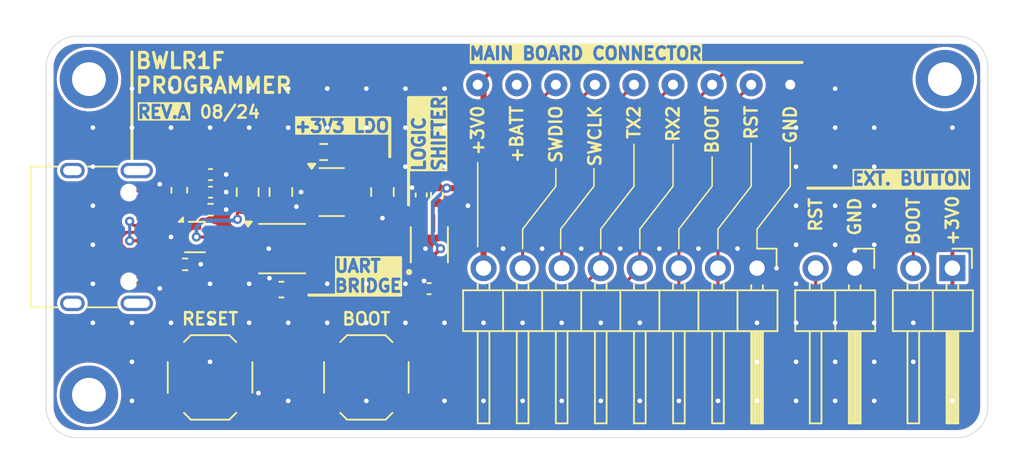
<source format=kicad_pcb>
(kicad_pcb (version 20240108) (generator "pcbnew") (generator_version "8.0")
  (layers (0 "F.Cu" signal) (31 "B.Cu" signal) (34 "B.Paste" user) (35 "F.Paste" user) (36 "B.SilkS" user "B.Silkscreen") (37 "F.SilkS" user "F.Silkscreen") (38 "B.Mask" user) (39 "F.Mask" user) (44 "Edge.Cuts" user))
  (net 0 "")
  (net 1 "GND")
  (net 2 "Net-(C1-Pad1)")
  (net 3 "Net-(C2-Pad1)")
  (net 4 "VBUS")
  (net 5 "+3V3")
  (net 6 "+3V0")
  (net 8 "/D_IN+")
  (net 10 "/D_IN-")
  (net 12 "Net-(J1-CC1)")
  (net 16 "Net-(J1-CC2)")
  (net 17 "/RST")
  (net 18 "/BOOT")
  (net 19 "/SWDIO")
  (net 20 "/TX_A")
  (net 21 "/SWCLK")
  (net 22 "/RX_A")
  (net 23 "Net-(U2-EN)")
  (net 24 "Net-(U4-OE)")
  (net 25 "+BATT")
  (net 26 "/D-")
  (net 27 "/D+")
  (net 29 "/TX_B")
  (net 32 "/RX_B")
  (footprint "bwlr1f-prog:90055-AS" (layer "F.Cu") (at 171.958 71.882)
    (property "Reference" "TP1" (hide yes))
    (property "Value" "90055-AS")
    (pad "1" thru_hole circle (at 0 0) (size 1.5 1.5) (drill 0.65) (layers "*.Cu" "*.Mask") (net 6 "+3V0"))
  )
  (footprint "Capacitor_SMD:C_0603_1608Metric" (layer "F.Cu") (at 159.1917 85.217001 180)
    (property "Reference" "C5" (hide yes))
    (property "Value" "100n")
    (pad "1" smd roundrect (at -0.775 0 180) (size 0.9 0.95) (layers "F.Cu" "F.Paste" "F.Mask") (net 5 "+3V3"))
    (pad "2" smd roundrect (at 0.775 0 180) (size 0.9 0.95) (layers "F.Cu" "F.Paste" "F.Mask") (net 1 "GND"))
  )
  (footprint "bwlr1f-prog:USB_C_Receptacle_XKB_U262-16XN-4BVC11" (layer "F.Cu") (at 146.685 81.788001 -90)
    (property "Reference" "J1" (hide yes))
    (property "Value" "U262-161N-4BVC11")
    (pad "" np_thru_hole circle (at -2.89 -2.605 270) (size 0.65 0.65) (drill 0.65) (layers "*.Cu" "*.Mask"))
    (pad "" np_thru_hole circle (at 2.89 -2.605 270) (size 0.65 0.65) (drill 0.65) (layers "*.Cu" "*.Mask"))
    (pad "A1" smd rect (at -3.35 -3.67 270) (size 0.3 1.15) (layers "F.Cu" "F.Paste" "F.Mask") (net 1 "GND"))
    (pad "A4" smd rect (at -2.55 -3.67 270) (size 0.3 1.15) (layers "F.Cu" "F.Paste" "F.Mask") (net 2 "Net-(C1-Pad1)"))
    (pad "A5" smd rect (at -1.25 -3.67 270) (size 0.3 1.15) (layers "F.Cu" "F.Paste" "F.Mask") (net 12 "Net-(J1-CC1)"))
    (pad "A6" smd rect (at -0.25 -3.67 270) (size 0.3 1.15) (layers "F.Cu" "F.Paste" "F.Mask") (net 8 "/D_IN+"))
    (pad "A7" smd rect (at 0.25 -3.67 270) (size 0.3 1.15) (layers "F.Cu" "F.Paste" "F.Mask") (net 10 "/D_IN-"))
    (pad "A8" smd rect (at 1.25 -3.67 270) (size 0.3 1.15) (layers "F.Cu" "F.Paste" "F.Mask"))
    (pad "A9" smd rect (at 2.55 -3.67 270) (size 0.3 1.15) (layers "F.Cu" "F.Paste" "F.Mask") (net 2 "Net-(C1-Pad1)"))
    (pad "A12" smd rect (at 3.35 -3.67 270) (size 0.3 1.15) (layers "F.Cu" "F.Paste" "F.Mask") (net 1 "GND"))
    (pad "B1" smd rect (at 3.05 -3.67 270) (size 0.3 1.15) (layers "F.Cu" "F.Paste" "F.Mask") (net 1 "GND"))
    (pad "B4" smd rect (at 2.25 -3.67 270) (size 0.3 1.15) (layers "F.Cu" "F.Paste" "F.Mask") (net 2 "Net-(C1-Pad1)"))
    (pad "B5" smd rect (at 1.75 -3.67 270) (size 0.3 1.15) (layers "F.Cu" "F.Paste" "F.Mask") (net 16 "Net-(J1-CC2)"))
    (pad "B6" smd rect (at 0.75 -3.67 270) (size 0.3 1.15) (layers "F.Cu" "F.Paste" "F.Mask") (net 8 "/D_IN+"))
    (pad "B7" smd rect (at -0.75 -3.67 270) (size 0.3 1.15) (layers "F.Cu" "F.Paste" "F.Mask") (net 10 "/D_IN-"))
    (pad "B8" smd rect (at -1.75 -3.67 270) (size 0.3 1.15) (layers "F.Cu" "F.Paste" "F.Mask"))
    (pad "B9" smd rect (at -2.25 -3.67 270) (size 0.3 1.15) (layers "F.Cu" "F.Paste" "F.Mask") (net 2 "Net-(C1-Pad1)"))
    (pad "B12" smd rect (at -3.05 -3.67 270) (size 0.3 1.15) (layers "F.Cu" "F.Paste" "F.Mask") (net 1 "GND"))
    (pad "S1" thru_hole oval (at -4.32 -3.105 270) (size 1 2.1) (drill oval 0.6 1.7) (layers "*.Cu" "*.Mask"))
    (pad "S1" thru_hole oval (at -4.32 1.075 270) (size 1 1.6) (drill oval 0.6 1.2) (layers "*.Cu" "*.Mask"))
    (pad "S1" thru_hole oval (at 4.32 -3.105 270) (size 1 2.1) (drill oval 0.6 1.7) (layers "*.Cu" "*.Mask"))
    (pad "S1" thru_hole oval (at 4.32 1.075 270) (size 1 1.6) (drill oval 0.6 1.2) (layers "*.Cu" "*.Mask"))
  )
  (footprint "Package_TO_SOT_SMD:SOT-23-5" (layer "F.Cu") (at 162.464 78.867001)
    (property "Reference" "U2" (hide yes))
    (property "Value" "XC6220B331MR-G")
    (pad "1" smd roundrect (at -1.1375 -0.95) (size 1.325 0.6) (layers "F.Cu" "F.Paste" "F.Mask") (net 4 "VBUS"))
    (pad "2" smd roundrect (at -1.1375 0) (size 1.325 0.6) (layers "F.Cu" "F.Paste" "F.Mask") (net 1 "GND"))
    (pad "3" smd roundrect (at -1.1375 0.95) (size 1.325 0.6) (layers "F.Cu" "F.Paste" "F.Mask") (net 23 "Net-(U2-EN)"))
    (pad "4" smd roundrect (at 1.1375 0.95) (size 1.325 0.6) (layers "F.Cu" "F.Paste" "F.Mask"))
    (pad "5" smd roundrect (at 1.1375 -0.95) (size 1.325 0.6) (layers "F.Cu" "F.Paste" "F.Mask") (net 5 "+3V3"))
  )
  (footprint "Capacitor_SMD:C_0402_1005Metric" (layer "F.Cu") (at 154.59 77.731601)
    (property "Reference" "C2" (hide yes))
    (property "Value" "100n")
    (pad "1" smd roundrect (at -0.48 0) (size 0.56 0.62) (layers "F.Cu" "F.Paste" "F.Mask") (net 3 "Net-(C2-Pad1)"))
    (pad "2" smd roundrect (at 0.48 0) (size 0.56 0.62) (layers "F.Cu" "F.Paste" "F.Mask") (net 1 "GND"))
  )
  (footprint "bwlr1f-prog:90055-AS" (layer "F.Cu") (at 174.498 71.882)
    (property "Reference" "TP2" (hide yes))
    (property "Value" "90055-AS")
    (pad "1" thru_hole circle (at 0 0) (size 1.5 1.5) (drill 0.65) (layers "*.Cu" "*.Mask") (net 25 "+BATT"))
  )
  (footprint "bwlr1f-prog:90055-AS" (layer "F.Cu") (at 179.578 71.882)
    (property "Reference" "TP4" (hide yes))
    (property "Value" "90055-AS")
    (pad "1" thru_hole circle (at 0 0) (size 1.5 1.5) (drill 0.65) (layers "*.Cu" "*.Mask") (net 21 "/SWCLK"))
  )
  (footprint "bwlr1f-prog:90055-AS" (layer "F.Cu") (at 187.198 71.882)
    (property "Reference" "TP7" (hide yes))
    (property "Value" "90055-AS")
    (pad "1" thru_hole circle (at 0 0) (size 1.5 1.5) (drill 0.65) (layers "*.Cu" "*.Mask") (net 18 "/BOOT"))
  )
  (footprint "MountingHole:MountingHole_2.2mm_M2_DIN965_Pad" (layer "F.Cu") (at 146.685 71.517 90)
    (property "Reference" "H1" (hide yes))
    (property "Value" "MountingHole")
    (pad "1" thru_hole circle (at 0 0 90) (size 3.8 3.8) (drill 2.2) (layers "*.Cu" "*.Mask"))
  )
  (footprint "Capacitor_SMD:C_0402_1005Metric" (layer "F.Cu") (at 168.2886 79.058001 90)
    (property "Reference" "C7" (hide yes))
    (property "Value" "100n")
    (pad "1" smd roundrect (at -0.48 0 90) (size 0.56 0.62) (layers "F.Cu" "F.Paste" "F.Mask") (net 5 "+3V3"))
    (pad "2" smd roundrect (at 0.48 0 90) (size 0.56 0.62) (layers "F.Cu" "F.Paste" "F.Mask") (net 1 "GND"))
  )
  (footprint "Connector_PinHeader_2.54mm:PinHeader_1x08_P2.54mm_Horizontal" (layer "F.Cu") (at 190.119 83.82 -90)
    (property "Reference" "J4" (hide yes))
    (property "Value" "Conn_01x08")
    (pad "1" thru_hole rect (at 0 0 270) (size 1.7 1.7) (drill 1) (layers "*.Cu" "*.Mask") (net 1 "GND"))
    (pad "2" thru_hole oval (at 0 2.54 270) (size 1.7 1.7) (drill 1) (layers "*.Cu" "*.Mask") (net 17 "/RST"))
    (pad "3" thru_hole oval (at 0 5.08 270) (size 1.7 1.7) (drill 1) (layers "*.Cu" "*.Mask") (net 18 "/BOOT"))
    (pad "4" thru_hole oval (at 0 7.62 270) (size 1.7 1.7) (drill 1) (layers "*.Cu" "*.Mask") (net 22 "/RX_A"))
    (pad "5" thru_hole oval (at 0 10.16 270) (size 1.7 1.7) (drill 1) (layers "*.Cu" "*.Mask") (net 20 "/TX_A"))
    (pad "6" thru_hole oval (at 0 12.7 270) (size 1.7 1.7) (drill 1) (layers "*.Cu" "*.Mask") (net 21 "/SWCLK"))
    (pad "7" thru_hole oval (at 0 15.24 270) (size 1.7 1.7) (drill 1) (layers "*.Cu" "*.Mask") (net 19 "/SWDIO"))
    (pad "8" thru_hole oval (at 0 17.78 270) (size 1.7 1.7) (drill 1) (layers "*.Cu" "*.Mask") (net 6 "+3V0"))
  )
  (footprint "Package_SO:MSOP-10_3x3mm_P0.5mm" (layer "F.Cu") (at 159.2425 82.550001)
    (property "Reference" "U3" (hide yes))
    (property "Value" "CH340E")
    (pad "1" smd roundrect (at -2.1125 -1) (size 1.625 0.35) (layers "F.Cu" "F.Paste" "F.Mask") (net 27 "/D+"))
    (pad "2" smd roundrect (at -2.1125 -0.5) (size 1.625 0.35) (layers "F.Cu" "F.Paste" "F.Mask") (net 26 "/D-"))
    (pad "3" smd roundrect (at -2.1125 0) (size 1.625 0.35) (layers "F.Cu" "F.Paste" "F.Mask") (net 1 "GND"))
    (pad "4" smd roundrect (at -2.1125 0.5) (size 1.625 0.35) (layers "F.Cu" "F.Paste" "F.Mask"))
    (pad "5" smd roundrect (at -2.1125 1) (size 1.625 0.35) (layers "F.Cu" "F.Paste" "F.Mask"))
    (pad "6" smd roundrect (at 2.1125 1) (size 1.625 0.35) (layers "F.Cu" "F.Paste" "F.Mask"))
    (pad "7" smd roundrect (at 2.1125 0.5) (size 1.625 0.35) (layers "F.Cu" "F.Paste" "F.Mask") (net 5 "+3V3"))
    (pad "8" smd roundrect (at 2.1125 0) (size 1.625 0.35) (layers "F.Cu" "F.Paste" "F.Mask") (net 32 "/RX_B"))
    (pad "9" smd roundrect (at 2.1125 -0.5) (size 1.625 0.35) (layers "F.Cu" "F.Paste" "F.Mask") (net 29 "/TX_B"))
    (pad "10" smd roundrect (at 2.1125 -1) (size 1.625 0.35) (layers "F.Cu" "F.Paste" "F.Mask") (net 5 "+3V3"))
  )
  (footprint "MountingHole:MountingHole_2.2mm_M2_DIN965_Pad" (layer "F.Cu") (at 202.329472 71.517)
    (property "Reference" "H3" (hide yes))
    (property "Value" "MountingHole")
    (pad "1" thru_hole circle (at 0 0) (size 3.8 3.8) (drill 2.2) (layers "*.Cu" "*.Mask"))
  )
  (footprint "bwlr1f-prog:90055-AS" (layer "F.Cu") (at 192.278 71.882)
    (property "Reference" "TP9" (hide yes))
    (property "Value" "90055-AS")
    (pad "1" thru_hole circle (at 0 0) (size 1.5 1.5) (drill 0.65) (layers "*.Cu" "*.Mask") (net 1 "GND"))
  )
  (footprint "MountingHole:MountingHole_2.2mm_M2_DIN965_Pad" (layer "F.Cu") (at 146.685 92.059001 90)
    (property "Reference" "H2" (hide yes))
    (property "Value" "MountingHole")
    (pad "1" thru_hole circle (at 0 0 90) (size 3.8 3.8) (drill 2.2) (layers "*.Cu" "*.Mask"))
  )
  (footprint "Button_Switch_SMD:SW_SPST_TL3342" (layer "F.Cu") (at 154.559 90.932 180)
    (property "Reference" "SW1" (hide yes))
    (property "Value" "TL3342F160QG")
    (pad "1" smd rect (at -3.15 -1.9 180) (size 1.7 1) (layers "F.Cu" "F.Paste" "F.Mask") (net 1 "GND"))
    (pad "1" smd rect (at 3.15 -1.9 180) (size 1.7 1) (layers "F.Cu" "F.Paste" "F.Mask") (net 1 "GND"))
    (pad "2" smd rect (at -3.15 1.9 180) (size 1.7 1) (layers "F.Cu" "F.Paste" "F.Mask") (net 17 "/RST"))
    (pad "2" smd rect (at 3.15 1.9 180) (size 1.7 1) (layers "F.Cu" "F.Paste" "F.Mask") (net 17 "/RST"))
  )
  (footprint "Resistor_SMD:R_0402_1005Metric" (layer "F.Cu") (at 154.59 80.017601)
    (property "Reference" "R1" (hide yes))
    (property "Value" "5.1K")
    (pad "1" smd roundrect (at -0.51 0) (size 0.54 0.64) (layers "F.Cu" "F.Paste" "F.Mask") (net 12 "Net-(J1-CC1)"))
    (pad "2" smd roundrect (at 0.51 0) (size 0.54 0.64) (layers "F.Cu" "F.Paste" "F.Mask") (net 1 "GND"))
  )
  (footprint "Connector_PinHeader_2.54mm:PinHeader_1x02_P2.54mm_Horizontal" (layer "F.Cu") (at 202.819 83.82 -90)
    (property "Reference" "J3" (hide yes))
    (property "Value" "Conn_01x02")
    (pad "1" thru_hole rect (at 0 0 270) (size 1.7 1.7) (drill 1) (layers "*.Cu" "*.Mask") (net 6 "+3V0"))
    (pad "2" thru_hole oval (at 0 2.54 270) (size 1.7 1.7) (drill 1) (layers "*.Cu" "*.Mask") (net 18 "/BOOT"))
  )
  (footprint "Package_TO_SOT_SMD:SOT-666" (layer "F.Cu") (at 153.574 81.795601)
    (property "Reference" "U1" (hide yes))
    (property "Value" "USBLC6-2P6")
    (pad "1" smd roundrect (at -0.85 -0.5375) (size 0.5 0.375) (layers "F.Cu" "F.Paste" "F.Mask") (net 8 "/D_IN+"))
    (pad "2" smd roundrect (at -0.925 0) (size 0.65 0.3) (layers "F.Cu" "F.Paste" "F.Mask") (net 1 "GND"))
    (pad "3" smd roundrect (at -0.85 0.5375) (size 0.5 0.375) (layers "F.Cu" "F.Paste" "F.Mask") (net 10 "/D_IN-"))
    (pad "4" smd roundrect (at 0.85 0.5375) (size 0.5 0.375) (layers "F.Cu" "F.Paste" "F.Mask") (net 26 "/D-"))
    (pad "5" smd roundrect (at 0.925 0) (size 0.65 0.3) (layers "F.Cu" "F.Paste" "F.Mask") (net 4 "VBUS"))
    (pad "6" smd roundrect (at 0.85 -0.5375) (size 0.5 0.375) (layers "F.Cu" "F.Paste" "F.Mask") (net 27 "/D+"))
  )
  (footprint "Connector_PinHeader_2.54mm:PinHeader_1x02_P2.54mm_Horizontal" (layer "F.Cu") (at 196.469 83.82 -90)
    (property "Reference" "J2" (hide yes))
    (property "Value" "Conn_01x02")
    (pad "1" thru_hole rect (at 0 0 270) (size 1.7 1.7) (drill 1) (layers "*.Cu" "*.Mask") (net 1 "GND"))
    (pad "2" thru_hole oval (at 0 2.54 270) (size 1.7 1.7) (drill 1) (layers "*.Cu" "*.Mask") (net 17 "/RST"))
  )
  (footprint "bwlr1f-prog:90055-AS" (layer "F.Cu") (at 184.658 71.882)
    (property "Reference" "TP6" (hide yes))
    (property "Value" "90055-AS")
    (pad "1" thru_hole circle (at 0 0) (size 1.5 1.5) (drill 0.65) (layers "*.Cu" "*.Mask") (net 22 "/RX_A"))
  )
  (footprint "Resistor_SMD:R_0402_1005Metric" (layer "F.Cu") (at 152.939 83.573601)
    (property "Reference" "R2" (hide yes))
    (property "Value" "5.1K")
    (pad "1" smd roundrect (at -0.51 0) (size 0.54 0.64) (layers "F.Cu" "F.Paste" "F.Mask") (net 16 "Net-(J1-CC2)"))
    (pad "2" smd roundrect (at 0.51 0) (size 0.54 0.64) (layers "F.Cu" "F.Paste" "F.Mask") (net 1 "GND"))
  )
  (footprint "Capacitor_SMD:C_0402_1005Metric" (layer "F.Cu") (at 154.59 78.874601)
    (property "Reference" "C1" (hide yes))
    (property "Value" "10n")
    (pad "1" smd roundrect (at -0.48 0) (size 0.56 0.62) (layers "F.Cu" "F.Paste" "F.Mask") (net 2 "Net-(C1-Pad1)"))
    (pad "2" smd roundrect (at 0.48 0) (size 0.56 0.62) (layers "F.Cu" "F.Paste" "F.Mask") (net 1 "GND"))
  )
  (footprint "bwlr1f-prog:90055-AS" (layer "F.Cu") (at 189.738 71.882)
    (property "Reference" "TP8" (hide yes))
    (property "Value" "90055-AS")
    (pad "1" thru_hole circle (at 0 0) (size 1.5 1.5) (drill 0.65) (layers "*.Cu" "*.Mask") (net 17 "/RST"))
  )
  (footprint "Fuse:Fuse_0805_2012Metric" (layer "F.Cu") (at 157.003 78.867001 -90)
    (property "Reference" "F1" (hide yes))
    (property "Value" "0.75A")
    (pad "1" smd roundrect (at -0.9375 0 270) (size 0.975 1.4) (layers "F.Cu" "F.Paste" "F.Mask") (net 3 "Net-(C2-Pad1)"))
    (pad "2" smd roundrect (at 0.9375 0 270) (size 0.975 1.4) (layers "F.Cu" "F.Paste" "F.Mask") (net 4 "VBUS"))
  )
  (footprint "Resistor_SMD:R_0603_1608Metric" (layer "F.Cu") (at 161.9505 76.261001 180)
    (property "Reference" "R3" (hide yes))
    (property "Value" "10K")
    (pad "1" smd roundrect (at -0.825 0 180) (size 0.8 0.95) (layers "F.Cu" "F.Paste" "F.Mask") (net 23 "Net-(U2-EN)"))
    (pad "2" smd roundrect (at 0.825 0 180) (size 0.8 0.95) (layers "F.Cu" "F.Paste" "F.Mask") (net 4 "VBUS"))
  )
  (footprint "Capacitor_SMD:C_0805_2012Metric" (layer "F.Cu") (at 165.766 78.867001 90)
    (property "Reference" "C4" (hide yes))
    (property "Value" "10u")
    (pad "1" smd roundrect (at -0.95 0 90) (size 1 1.45) (layers "F.Cu" "F.Paste" "F.Mask") (net 1 "GND"))
    (pad "2" smd roundrect (at 0.95 0 90) (size 1 1.45) (layers "F.Cu" "F.Paste" "F.Mask") (net 5 "+3V3"))
  )
  (footprint "bwlr1f-prog:90055-AS" (layer "F.Cu") (at 182.118 71.882)
    (property "Reference" "TP5" (hide yes))
    (property "Value" "90055-AS")
    (pad "1" thru_hole circle (at 0 0) (size 1.5 1.5) (drill 0.65) (layers "*.Cu" "*.Mask") (net 20 "/TX_A"))
  )
  (footprint "Capacitor_SMD:C_0402_1005Metric" (layer "F.Cu") (at 168.7966 85.154001 180)
    (property "Reference" "C6" (hide yes))
    (property "Value" "100n")
    (pad "1" smd roundrect (at -0.48 0 180) (size 0.56 0.62) (layers "F.Cu" "F.Paste" "F.Mask") (net 6 "+3V0"))
    (pad "2" smd roundrect (at 0.48 0 180) (size 0.56 0.62) (layers "F.Cu" "F.Paste" "F.Mask") (net 1 "GND"))
  )
  (footprint "Capacitor_SMD:C_0805_2012Metric" (layer "F.Cu") (at 159.162 78.867001 90)
    (property "Reference" "C3" (hide yes))
    (property "Value" "10u")
    (pad "1" smd roundrect (at -0.95 0 90) (size 1 1.45) (layers "F.Cu" "F.Paste" "F.Mask") (net 1 "GND"))
    (pad "2" smd roundrect (at 0.95 0 90) (size 1 1.45) (layers "F.Cu" "F.Paste" "F.Mask") (net 4 "VBUS"))
  )
  (footprint "bwlr1f-prog:90055-AS" (layer "F.Cu") (at 177.038 71.882)
    (property "Reference" "TP3" (hide yes))
    (property "Value" "90055-AS")
    (pad "1" thru_hole circle (at 0 0) (size 1.5 1.5) (drill 0.65) (layers "*.Cu" "*.Mask") (net 19 "/SWDIO"))
  )
  (footprint "bwlr1f-prog:SOP50P310X90-8N" (layer "F.Cu") (at 168.814 82.296001 90)
    (property "Reference" "U4" (hide yes))
    (property "Value" "TXS0102DCUR")
    (pad "1" smd roundrect (at -1.405 -0.75 90) (size 1.12 0.27) (layers "F.Cu" "F.Paste" "F.Mask") (roundrect_rratio 0.125) (net 32 "/RX_B"))
    (pad "2" smd roundrect (at -1.405 -0.25 90) (size 1.12 0.27) (layers "F.Cu" "F.Paste" "F.Mask") (roundrect_rratio 0.125) (net 1 "GND"))
    (pad "3" smd roundrect (at -1.405 0.25 90) (size 1.12 0.27) (layers "F.Cu" "F.Paste" "F.Mask") (roundrect_rratio 0.125) (net 6 "+3V0"))
    (pad "4" smd roundrect (at -1.405 0.75 90) (size 1.12 0.27) (layers "F.Cu" "F.Paste" "F.Mask") (roundrect_rratio 0.125) (net 22 "/RX_A"))
    (pad "5" smd roundrect (at 1.405 0.75 90) (size 1.12 0.27) (layers "F.Cu" "F.Paste" "F.Mask") (roundrect_rratio 0.125) (net 20 "/TX_A"))
    (pad "6" smd roundrect (at 1.405 0.25 90) (size 1.12 0.27) (layers "F.Cu" "F.Paste" "F.Mask") (roundrect_rratio 0.125) (net 24 "Net-(U4-OE)"))
    (pad "7" smd roundrect (at 1.405 -0.25 90) (size 1.12 0.27) (layers "F.Cu" "F.Paste" "F.Mask") (roundrect_rratio 0.125) (net 5 "+3V3"))
    (pad "8" smd roundrect (at 1.405 -0.75 90) (size 1.12 0.27) (layers "F.Cu" "F.Paste" "F.Mask") (roundrect_rratio 0.125) (net 29 "/TX_B"))
  )
  (footprint "Button_Switch_SMD:SW_SPST_TL3342" (layer "F.Cu") (at 164.719 90.932)
    (property "Reference" "SW2" (hide yes))
    (property "Value" "TL3342F160QG")
    (pad "1" smd rect (at -3.15 -1.9) (size 1.7 1) (layers "F.Cu" "F.Paste" "F.Mask") (net 18 "/BOOT"))
    (pad "1" smd rect (at 3.15 -1.9) (size 1.7 1) (layers "F.Cu" "F.Paste" "F.Mask") (net 18 "/BOOT"))
    (pad "2" smd rect (at -3.15 1.9) (size 1.7 1) (layers "F.Cu" "F.Paste" "F.Mask") (net 6 "+3V0"))
    (pad "2" smd rect (at 3.15 1.9) (size 1.7 1) (layers "F.Cu" "F.Paste" "F.Mask") (net 6 "+3V0"))
  )
  (footprint "Inductor_SMD:L_0603_1608Metric" (layer "F.Cu") (at 152.558 78.747601 90)
    (property "Reference" "FB1" (hide yes))
    (property "Value" "MMZ1608B601CTAH0")
    (pad "1" smd roundrect (at -0.7875 0 90) (size 0.875 0.95) (layers "F.Cu" "F.Paste" "F.Mask") (net 2 "Net-(C1-Pad1)"))
    (pad "2" smd roundrect (at 0.7875 0 90) (size 0.875 0.95) (layers "F.Cu" "F.Paste" "F.Mask") (net 3 "Net-(C2-Pad1)"))
  )
  (footprint "Resistor_SMD:R_0402_1005Metric" (layer "F.Cu") (at 169.3046 79.058001 -90)
    (property "Reference" "R4" (hide yes))
    (property "Value" "5.1K")
    (pad "1" smd roundrect (at -0.51 0 270) (size 0.54 0.64) (layers "F.Cu" "F.Paste" "F.Mask") (net 6 "+3V0"))
    (pad "2" smd roundrect (at 0.51 0 270) (size 0.54 0.64) (layers "F.Cu" "F.Paste" "F.Mask") (net 24 "Net-(U4-OE)"))
  )
  (gr_line (start 177.038 77.343001) (end 177.038 78.486001) (stroke (width 0.1)) (layer "F.SilkS"))
  (gr_line (start 177.038 78.486001) (end 174.879 81.280001) (stroke (width 0.1)) (layer "F.SilkS"))
  (gr_line (start 179.959 81.280001) (end 179.959 82.550001) (stroke (width 0.1)) (layer "F.SilkS"))
  (gr_line (start 189.738 78.486001) (end 189.738 75.692001) (stroke (width 0.1)) (layer "F.SilkS"))
  (gr_line (start 166.243 74.053701) (end 166.243 76.568301) (stroke (width 0.2)) (layer "F.SilkS"))
  (gr_line (start 187.579 81.280001) (end 187.579 82.550001) (stroke (width 0.1)) (layer "F.SilkS"))
  (gr_line (start 171.958 76.962001) (end 171.958 82.423001) (stroke (width 0.1)) (layer "F.SilkS"))
  (gr_line (start 203.8731 78.613001) (end 193.421 78.613001) (stroke (width 0.2)) (layer "F.SilkS"))
  (gr_line (start 190.119 81.28) (end 190.119 82.55) (stroke (width 0.1)) (layer "F.SilkS"))
  (gr_line (start 184.658 75.755501) (end 184.658 78.486001) (stroke (width 0.1)) (layer "F.SilkS"))
  (gr_line (start 193.04 70.434201) (end 171.5262 70.434201) (stroke (width 0.2)) (layer "F.SilkS"))
  (gr_line (start 182.499 81.280001) (end 182.499 82.550001) (stroke (width 0.1)) (layer "F.SilkS"))
  (gr_line (start 179.5145 77.343001) (end 179.5145 78.486001) (stroke (width 0.1)) (layer "F.SilkS"))
  (gr_line (start 166.9542 85.5726) (end 160.9852 85.5726) (stroke (width 0.2)) (layer "F.SilkS"))
  (gr_line (start 192.278 78.486) (end 190.119 81.28) (stroke (width 0.1)) (layer "F.SilkS"))
  (gr_line (start 182.118 78.486001) (end 179.959 81.280001) (stroke (width 0.1)) (layer "F.SilkS"))
  (gr_line (start 187.198 78.486001) (end 187.198 76.581001) (stroke (width 0.1)) (layer "F.SilkS"))
  (gr_line (start 167.4622 72.7202) (end 167.4622 79.7052) (stroke (width 0.2)) (layer "F.SilkS"))
  (gr_line (start 149.479 69.748401) (end 149.479 76.708001) (stroke (width 0.2)) (layer "F.SilkS"))
  (gr_line (start 174.879 81.280001) (end 174.879 82.550001) (stroke (width 0.1)) (layer "F.SilkS"))
  (gr_line (start 184.658 78.486001) (end 182.499 81.280001) (stroke (width 0.1)) (layer "F.SilkS"))
  (gr_line (start 185.039 81.280001) (end 185.039 82.550001) (stroke (width 0.1)) (layer "F.SilkS"))
  (gr_line (start 179.5145 78.486001) (end 177.3555 81.280001) (stroke (width 0.1)) (layer "F.SilkS"))
  (gr_line (start 187.198 78.486001) (end 185.039 81.280001) (stroke (width 0.1)) (layer "F.SilkS"))
  (gr_line (start 177.3555 81.280001) (end 177.3555 82.550001) (stroke (width 0.1)) (layer "F.SilkS"))
  (gr_line (start 182.118 75.755501) (end 182.118 78.486001) (stroke (width 0.1)) (layer "F.SilkS"))
  (gr_line (start 192.278 78.486) (end 192.278 75.946001) (stroke (width 0.1)) (layer "F.SilkS"))
  (gr_line (start 189.738 78.486001) (end 187.579 81.280001) (stroke (width 0.1)) (layer "F.SilkS"))
  (gr_arc (start 203.123472 68.723) (mid 204.537704 69.308777) (end 205.123472 70.723) (stroke (width 0.05)) (layer "Edge.Cuts"))
  (gr_arc (start 145.891 94.853001) (mid 144.476786 94.267215) (end 143.891 92.853001) (stroke (width 0.05)) (layer "Edge.Cuts"))
  (gr_line (start 143.891 92.853001) (end 143.891 70.723) (stroke (width 0.05)) (layer "Edge.Cuts"))
  (gr_arc (start 143.891 70.723) (mid 144.476786 69.308786) (end 145.891 68.723) (stroke (width 0.05)) (layer "Edge.Cuts"))
  (gr_line (start 145.891 68.723) (end 203.123472 68.723) (stroke (width 0.05)) (layer "Edge.Cuts"))
  (gr_line (start 203.123472 94.853001) (end 145.891 94.853001) (stroke (width 0.05)) (layer "Edge.Cuts"))
  (gr_arc (start 205.123472 92.853001) (mid 204.537686 94.267215) (end 203.123472 94.853001) (stroke (width 0.05)) (layer "Edge.Cuts"))
  (gr_line (start 205.123472 70.723) (end 205.123472 92.853001) (stroke (width 0.05)) (layer "Edge.Cuts"))
  (gr_text "RST" (at 193.929 81.534001 90) (layer "F.SilkS") (effects (font (size 0.8 0.8) (thickness 0.16) (bold yes)) (justify left)))
  (gr_text "TX2" (at 182.118 73.152001 90) (layer "F.SilkS") (effects (font (size 0.8 0.8) (thickness 0.16) (bold yes)) (justify right)))
  (gr_text "BOOT" (at 200.279 82.423001 90) (layer "F.SilkS") (effects (font (size 0.8 0.8) (thickness 0.16) (bold yes)) (justify left)))
  (gr_text "08/24" (at 153.797 73.660001 0) (layer "F.SilkS") (effects (font (size 0.8 0.8) (thickness 0.16) (bold yes)) (justify left)))
  (gr_text "GND" (at 196.469 81.788001 90) (layer "F.SilkS") (effects (font (size 0.8 0.8) (thickness 0.16) (bold yes)) (justify left)))
  (gr_text "REV.A" (at 151.511 73.660001 0) (layer "F.SilkS" knockout) (effects (font (size 0.8 0.8) (thickness 0.2) (bold yes))))
  (gr_text "BWLR1F\nPROGRAMMER" (at 149.606 72.517001 0) (layer "F.SilkS") (effects (font (size 1 1) (thickness 0.2) (bold yes)) (justify left bottom)))
  (gr_text "UART\nBRIDGE" (at 162.56 84.328 0) (layer "F.SilkS" knockout) (effects (font (size 0.8 0.8) (thickness 0.2) (bold yes)) (justify left)))
  (gr_text "+BATT\n" (at 174.498 73.152001 90) (layer "F.SilkS") (effects (font (size 0.8 0.8) (thickness 0.16) (bold yes)) (justify right)))
  (gr_text "MAIN BOARD CONNECTOR" (at 171.323 69.850001 0) (layer "F.SilkS" knockout) (effects (font (size 0.8 0.8) (thickness 0.2) (bold yes)) (justify left)))
  (gr_text "SWCLK" (at 179.578 73.152001 90) (layer "F.SilkS") (effects (font (size 0.8 0.8) (thickness 0.16) (bold yes)) (justify right)))
  (gr_text "GND" (at 192.278 73.152001 90) (layer "F.SilkS") (effects (font (size 0.8 0.8) (thickness 0.16) (bold yes)) (justify right)))
  (gr_text "SWDIO" (at 177.038 73.152001 90) (layer "F.SilkS") (effects (font (size 0.8 0.8) (thickness 0.16) (bold yes)) (justify right)))
  (gr_text "RST" (at 189.738 73.152001 90) (layer "F.SilkS") (effects (font (size 0.8 0.8) (thickness 0.16) (bold yes)) (justify right)))
  (gr_text "EXT. BUTTON" (at 204.089 78.003401 0) (layer "F.SilkS" knockout) (effects (font (size 0.8 0.8) (thickness 0.2) (bold yes)) (justify right)))
  (gr_text "RX2" (at 184.658 73.152001 90) (layer "F.SilkS") (effects (font (size 0.8 0.8) (thickness 0.16) (bold yes)) (justify right)))
  (gr_text "+3V0" (at 202.819 82.423001 90) (layer "F.SilkS") (effects (font (size 0.8 0.8) (thickness 0.16) (bold yes)) (justify left)))
  (gr_text "+3V3 LDO" (at 163.1442 74.5744 0) (layer "F.SilkS" knockout) (effects (font (size 0.8 0.8) (thickness 0.2) (bold yes))))
  (gr_text "BOOT" (at 187.198 73.152001 90) (layer "F.SilkS") (effects (font (size 0.8 0.8) (thickness 0.16) (bold yes)) (justify right)))
  (gr_text "BOOT" (at 164.719 87.122 0) (layer "F.SilkS") (effects (font (size 0.8 0.8) (thickness 0.16) (bold yes))))
  (gr_text "+3V0" (at 171.958 73.152001 90) (layer "F.SilkS") (effects (font (size 0.8 0.8) (thickness 0.16) (bold yes)) (justify right)))
  (gr_text "LOGIC\nSHIFTER" (at 168.783 77.597 90) (layer "F.SilkS" knockout) (effects (font (size 0.8 0.8) (thickness 0.2) (bold yes)) (justify left)))
  (gr_text "RESET" (at 154.559 87.122 0) (layer "F.SilkS") (effects (font (size 0.8 0.8) (thickness 0.16) (bold yes))))
  (segment (start 155.07 78.874601) (end 155.5984 78.874601) (width 0.25) (layer "F.Cu") (net 1))
  (segment (start 161.3265 78.867001) (end 160.4775 78.867001) (width 0.25) (layer "F.Cu") (net 1))
  (segment (start 165.766 80.563501) (end 165.766 79.817001) (width 0.25) (layer "F.Cu") (net 1))
  (segment (start 157.322999 93.218001) (end 157.709 92.832) (width 0.25) (layer "F.Cu") (net 1))
  (segment (start 167.694 78.578001) (end 168.2886 78.578001) (width 0.25) (layer "F.Cu") (net 1))
  (segment (start 155.5984 77.731601) (end 155.606 77.724001) (width 0.25) (layer "F.Cu") (net 1))
  (segment (start 152.6414 81.788001) (end 152.649 81.795601) (width 0.25) (layer "F.Cu") (net 1))
  (segment (start 157.13 82.550001) (end 158.369 82.550001) (width 0.25) (layer "F.Cu") (net 1))
  (segment (start 155.5984 78.874601) (end 155.606 78.867001) (width 0.25) (layer "F.Cu") (net 1))
  (segment (start 152.019 81.788001) (end 152.6414 81.788001) (width 0.25) (layer "F.Cu") (net 1))
  (segment (start 151.209 78.438001) (end 151.288 78.359001) (width 0.25) (layer "F.Cu") (net 1))
  (segment (start 168.564 83.701001) (end 168.564 82.550001) (width 0.25) (layer "F.Cu") (net 1))
  (segment (start 151.795001 93.218001) (end 157.322999 93.218001) (width 0.25) (layer "F.Cu") (net 1))
  (segment (start 190.119 83.82) (end 190.119 74.041) (width 0.25) (layer "F.Cu") (net 1))
  (segment (start 190.119 83.82) (end 191.389 83.82) (width 0.25) (layer "F.Cu") (net 1))
  (segment (start 155.5984 80.017601) (end 155.606 80.010001) (width 0.25) (layer "F.Cu") (net 1))
  (segment (start 150.355 78.438001) (end 151.209 78.438001) (width 0.25) (layer "F.Cu") (net 1))
  (segment (start 168.4705 84.650501) (end 168.3166 84.804401) (width 0.25) (layer "F.Cu") (net 1))
  (segment (start 155.07 77.731601) (end 155.5984 77.731601) (width 0.25) (layer "F.Cu") (net 1))
  (segment (start 153.449 83.573601) (end 153.9474 83.573601) (width 0.25) (layer "F.Cu") (net 1))
  (segment (start 160.1725 79.817001) (end 159.162 79.817001) (width 0.25) (layer "F.Cu") (net 1))
  (segment (start 196.469 83.82) (end 196.469 82.677) (width 0.25) (layer "F.Cu") (net 1))
  (segment (start 190.119 74.041) (end 192.278 71.882) (width 0.25) (layer "F.Cu") (net 1))
  (segment (start 151.288 85.138001) (end 150.355 85.138001) (width 0.25) (layer "F.Cu") (net 1))
  (segment (start 157.709 91.948) (end 157.709 92.832) (width 0.25) (layer "F.Cu") (net 1))
  (segment (start 151.409 92.832) (end 151.795001 93.218001) (width 0.25) (layer "F.Cu") (net 1))
  (segment (start 168.3166 84.804401) (end 168.3166 85.154001) (width 0.25) (layer "F.Cu") (net 1))
  (segment (start 158.4167 84.471701) (end 158.4167 85.217001) (width 0.25) (layer "F.Cu") (net 1))
  (segment (start 155.1 80.017601) (end 155.5984 80.017601) (width 0.25) (layer "F.Cu") (net 1))
  (segment (start 153.9474 83.573601) (end 153.955 83.566001) (width 0.25) (layer "F.Cu") (net 1))
  (via (at 162.179 72.136) (size 0.6) (drill 0.3) (layers "F.Cu" "B.Cu") (net 1))
  (via (at 185.039 92.456) (size 0.6) (drill 0.3) (layers "F.Cu" "B.Cu") (net 1))
  (via (at 146.939 79.756) (size 0.6) (drill 0.3) (layers "F.Cu" "B.Cu") (net 1))
  (via (at 154.559 74.676) (size 0.6) (drill 0.3) (layers "F.Cu" "B.Cu") (net 1))
  (via (at 200.279 89.916) (size 0.6) (drill 0.3) (layers "F.Cu" "B.Cu") (net 1))
  (via (at 151.288 85.138001) (size 0.6) (drill 0.3) (layers "F.Cu" "B.Cu") (net 1))
  (via (at 190.119 87.376) (size 0.6) (drill 0.3) (layers "F.Cu" "B.Cu") (net 1))
  (via (at 192.659 77.216) (size 0.6) (drill 0.3) (layers "F.Cu" "B.Cu") (net 1))
  (via (at 157.099 84.836) (size 0.6) (drill 0.3) (layers "F.Cu" "B.Cu") (net 1))
  (via (at 195.199 82.296) (size 0.6) (drill 0.3) (layers "F.Cu" "B.Cu") (net 1))
  (via (at 146.939 87.376) (size 0.6) (drill 0.3) (layers "F.Cu" "B.Cu") (net 1))
  (via (at 167.259 87.376) (size 0.6) (drill 0.3) (layers "F.Cu" "B.Cu") (net 1))
  (via (at 167.259 74.676) (size 0.6) (drill 0.3) (layers "F.Cu" "B.Cu") (net 1))
  (via (at 177.419 87.376) (size 0.6) (drill 0.3) (layers "F.Cu" "B.Cu") (net 1))
  (via (at 192.659 74.676) (size 0.6) (drill 0.3) (layers "F.Cu" "B.Cu") (net 1))
  (via (at 169.799 92.456) (size 0.6) (drill 0.3) (layers "F.Cu" "B.Cu") (net 1))
  (via (at 200.279 87.376) (size 0.6) (drill 0.3) (layers "F.Cu" "B.Cu") (net 1))
  (via (at 192.659 82.296) (size 0.6) (drill 0.3) (layers "F.Cu" "B.Cu") (net 1))
  (via (at 197.739 92.456) (size 0.6) (drill 0.3) (layers "F.Cu" "B.Cu") (net 1))
  (via (at 155.606 77.724001) (size 0.6) (drill 0.3) (layers "F.Cu" "B.Cu") (net 1))
  (via (at 164.719 84.836) (size 0.6) (drill 0.3) (layers "F.Cu" "B.Cu") (net 1))
  (via (at 167.259 84.836) (size 0.6) (drill 0.3) (layers "F.Cu" "B.Cu") (net 1))
  (via (at 164.719 72.136) (size 0.6) (drill 0.3) (layers "F.Cu" "B.Cu") (net 1))
  (via (at 195.199 77.216) (size 0.6) (drill 0.3) (layers "F.Cu" "B.Cu") (net 1))
  (via (at 152.019 81.788001) (size 0.6) (drill 0.3) (layers "F.Cu" "B.Cu") (net 1))
  (via (at 197.739 82.296) (size 0.6) (drill 0.3) (layers "F.Cu" "B.Cu") (net 1))
  (via (at 178.689 82.550001) (size 0.6) (drill 0.3) (layers "F.Cu" "B.Cu") (net 1))
  (via (at 159.639 72.136) (size 0.6) (drill 0.3) (layers "F.Cu" "B.Cu") (net 1))
  (via (at 190.119 92.456) (size 0.6) (drill 0.3) (layers "F.Cu" "B.Cu") (net 1))
  (via (at 157.099 74.676) (size 0.6) (drill 0.3) (layers "F.Cu" "B.Cu") (net 1))
  (via (at 195.199 74.676) (size 0.6) (drill 0.3) (layers "F.Cu" "B.Cu") (net 1))
  (via (at 157.709 91.948) (size 0.6) (drill 0.3) (layers "F.Cu" "B.Cu") (net 1))
  (via (at 169.799 77.216) (size 0.6) (drill 0.3) (layers "F.Cu" "B.Cu") (net 1))
  (via (at 195.199 92.456) (size 0.6) (drill 0.3) (layers "F.Cu" "B.Cu") (net 1))
  (via (at 162.179 74.676) (size 0.6) (drill 0.3) (layers "F.Cu" "B.Cu") (net 1))
  (via (at 149.479 87.376) (size 0.6) (drill 0.3) (layers "F.Cu" "B.Cu") (net 1))
  (via (at 183.769 82.550001) (size 0.6) (drill 0.3) (layers "F.Cu" "B.Cu") (net 1))
  (via (at 160.4775 78.867001) (size 0.6) (drill 0.3) (layers "F.Cu" "B.Cu") (net 1))
  (via (at 192.659 87.376) (size 0.6) (drill 0.3) (layers "F.Cu" "B.Cu") (net 1))
  (via (at 164.719 87.376) (size 0.6) (drill 0.3) (layers "F.Cu" "B.Cu") (net 1))
  (via (at 152.019 74.676) (size 0.6) (drill 0.3) (layers "F.Cu" "B.Cu") (net 1))
  (via (at 162.179 84.836) (size 0.6) (drill 0.3) (layers "F.Cu" "B.Cu") (net 1))
  (via (at 197.739 74.676) (size 0.6) (drill 0.3) (layers "F.Cu" "B.Cu") (net 1))
  (via (at 186.309 82.550001) (size 0.6) (drill 0.3) (layers "F.Cu" "B.Cu") (net 1))
  (via (at 146.939 74.676) (size 0.6) (drill 0.3) (layers "F.Cu" "B.Cu") (net 1))
  (via (at 167.259 72.136) (size 0.6) (drill 0.3) (layers "F.Cu" "B.Cu") (net 1))
  (via (at 195.199 79.756) (size 0.6) (drill 0.3) (layers "F.Cu" "B.Cu") (net 1))
  (via (at 195.199 87.376) (size 0.6) (drill 0.3) (layers "F.Cu" "B.Cu") (net 1))
  (via (at 152.019 72.136) (size 0.6) (drill 0.3) (layers "F.Cu" "B.Cu") (net 1))
  (via (at 154.559 87.376) (size 0.6) (drill 0.3) (layers "F.Cu" "B.Cu") (net 1))
  (via (at 169.799 72.136) (size 0.6) (drill 0.3) (layers "F.Cu" "B.Cu") (net 1))
  (via (at 146.939 82.296) (size 0.6) (drill 0.3) (layers "F.Cu" "B.Cu") (net 1))
  (via (at 182.499 87.376) (size 0.6) (drill 0.3) (layers "F.Cu" "B.Cu") (net 1))
  (via (at 171.323 79.756) (size 0.6) (drill 0.3) (layers "F.Cu" "B.Cu") (net 1))
  (via (at 202.819 92.456) (size 0.6) (drill 0.3) (layers "F.Cu" "B.Cu") (net 1))
  (via (at 172.339 87.376) (size 0.6) (drill 0.3) (layers "F.Cu" "B.Cu") (net 1))
  (via (at 179.959 87.376) (size 0.6) (drill 0.3) (layers "F.Cu" "B.Cu") (net 1))
  (via (at 176.149 82.550001) (size 0.6) (drill 0.3) (layers "F.Cu" "B.Cu") (net 1))
  (via (at 174.879 92.456) (size 0.6) (drill 0.3) (layers "F.Cu" "B.Cu") (net 1))
  (via (at 157.099 72.136) (size 0.6) (drill 0.3) (layers "F.Cu" "B.Cu") (net 1))
  (via (at 187.579 92.456) (size 0.6) (drill 0.3) (layers "F.Cu" "B.Cu") (net 1))
  (via (at 149.479 89.916) (size 0.6) (drill 0.3) (layers "F.Cu" "B.Cu") (net 1))
  (via (at 192.659 79.756) (size 0.6) (drill 0.3) (layers "F.Cu" "B.Cu") (net 1))
  (via (at 168.4705 84.650501) (size 0.6) (drill 0.3) (layers "F.Cu" "B.Cu") (net 1))
  (via (at 155.606 80.010001) (size 0.6) (drill 0.3) (layers "F.Cu" "B.Cu") (net 1))
  (via (at 146.939 84.836) (size 0.6) (drill 0.3) (layers "F.Cu" "B.Cu") (net 1))
  (via (at 167.694 78.578001) (size 0.6) (drill 0.3) (layers "F.Cu" "B.Cu") (net 1))
  (via (at 151.288 78.359001) (size 0.6) (drill 0.3) (layers "F.Cu" "B.Cu") (net 1))
  (via (at 197.739 79.756) (size 0.6) (drill 0.3) (layers "F.Cu" "B.Cu") (net 1))
  (via (at 173.609 82.550001) (size 0.6) (drill 0.3) (layers "F.Cu" "B.Cu") (net 1))
  (via (at 174.879 87.376) (size 0.6) (drill 0.3) (layers "F.Cu" "B.Cu") (net 1))
  (via (at 154.559 72.136) (size 0.6) (drill 0.3) (layers "F.Cu" "B.Cu") (net 1))
  (via (at 153.955 83.566001) (size 0.6) (drill 0.3) (layers "F.Cu" "B.Cu") (net 1))
  (via (at 192.659 89.916) (size 0.6) (drill 0.3) (layers "F.Cu" "B.Cu") (net 1))
  (via (at 197.739 87.376) (size 0.6) (drill 0.3) (layers "F.Cu" "B.Cu") (net 1))
  (via (at 155.606 78.867001) (size 0.6) (drill 0.3) (layers "F.Cu" "B.Cu") (net 1))
  (via (at 191.389 83.82) (size 0.6) (drill 0.3) (layers "F.Cu" "B.Cu") (net 1))
  (via (at 158.369 82.550001) (size 0.6) (drill 0.3) (layers "F.Cu" "B.Cu") (net 1))
  (via (at 149.479 72.136) (size 0.6) (drill 0.3) (layers "F.Cu" "B.Cu") (net 1))
  (via (at 159.639 92.456) (size 0.6) (drill 0.3) (layers "F.Cu" "B.Cu") (net 1))
  (via (at 172.339 92.456) (size 0.6) (drill 0.3) (layers "F.Cu" "B.Cu") (net 1))
  (via (at 202.819 74.676) (size 0.6) (drill 0.3) (layers "F.Cu" "B.Cu") (net 1))
  (via (at 146.939 77.216) (size 0.6) (drill 0.3) (layers "F.Cu" "B.Cu") (net 1))
  (via (at 192.659 92.456) (size 0.6) (drill 0.3) (layers "F.Cu" "B.Cu") (net 1))
  (via (at 179.959 92.456) (size 0.6) (drill 0.3) (layers "F.Cu" "B.Cu") (net 1))
  (via (at 154.559 89.916) (size 0.6) (drill 0.3) (layers "F.Cu" "B.Cu") (net 1))
  (via (at 160.1725 79.817001) (size 0.6) (drill 0.3) (layers "F.Cu" "B.Cu") (net 1))
  (via (at 188.849 82.550001) (size 0.6) (drill 0.3) (layers "F.Cu" "B.Cu") (net 1))
  (via (at 154.559 84.836) (size 0.6) (drill 0.3) (layers "F.Cu" "B.Cu") (net 1))
  (via (at 192.659 84.836) (size 0.6) (drill 0.3) (layers "F.Cu" "B.Cu") (net 1))
  (via (at 158.4167 84.471701) (size 0.6) (drill 0.3) (layers "F.Cu" "B.Cu") (net 1))
  (via (at 169.799 74.676) (size 0.6) (drill 0.3) (layers "F.Cu" "B.Cu") (net 1))
  (via (at 195.199 89.916) (size 0.6) (drill 0.3) (layers "F.Cu" "B.Cu") (net 1))
  (via (at 159.639 87.376) (size 0.6) (drill 0.3) (layers "F.Cu" "B.Cu") (net 1))
  (via (at 195.199 72.136) (size 0.6) (drill 0.3) (layers "F.Cu" "B.Cu") (net 1))
  (via (at 190.119 89.916) (size 0.6) (drill 0.3) (layers "F.Cu" "B.Cu") (net 1))
  (via (at 181.229 82.550001) (size 0.6) (drill 0.3) (layers "F.Cu" "B.Cu") (net 1))
  (via (at 182.499 92.456) (size 0.6) (drill 0.3) (layers "F.Cu" "B.Cu") (net 1))
  (via (at 159.639 74.676) (size 0.6) (drill 0.3) (layers "F.Cu" "B.Cu") (net 1))
  (via (at 165.766 80.563501) (size 0.6) (drill 0.3) (layers "F.Cu" "B.Cu") (net 1))
  (via (at 196.469 82.677) (size 0.6) (drill 0.3) (layers "F.Cu" "B.Cu") (net 1))
  (via (at 149.479 92.456) (size 0.6) (drill 0.3) (layers "F.Cu" "B.Cu") (net 1))
  (via (at 164.719 92.456) (size 0.6) (drill 0.3) (layers "F.Cu" "B.Cu") (net 1))
  (via (at 164.719 74.676) (size 0.6) (drill 0.3) (layers "F.Cu" "B.Cu") (net 1))
  (via (at 149.479 74.676) (size 0.6) (drill 0.3) (layers "F.Cu" "B.Cu") (net 1))
  (via (at 169.799 87.376) (size 0.6) (drill 0.3) (layers "F.Cu" "B.Cu") (net 1))
  (via (at 157.099 87.376) (size 0.6) (drill 0.3) (layers "F.Cu" "B.Cu") (net 1))
  (via (at 162.179 87.376) (size 0.6) (drill 0.3) (layers "F.Cu" "B.Cu") (net 1))
  (via (at 197.739 89.916) (size 0.6) (drill 0.3) (layers "F.Cu" "B.Cu") (net 1))
  (via (at 177.419 92.456) (size 0.6) (drill 0.3) (layers "F.Cu" "B.Cu") (net 1))
  (via (at 197.739 77.216) (size 0.6) (drill 0.3) (layers "F.Cu" "B.Cu") (net 1))
  (via (at 167.259 77.216) (size 0.6) (drill 0.3) (layers "F.Cu" "B.Cu") (net 1))
  (via (at 168.564 82.550001) (size 0.6) (drill 0.3) (layers "F.Cu" "B.Cu") (net 1))
  (via (at 152.019 87.376) (size 0.6) (drill 0.3) (layers "F.Cu" "B.Cu") (net 1))
  (segment (start 153.2185 78.874601) (end 152.558 79.535101) (width 0.2) (layer "F.Cu") (net 2))
  (segment (start 149.639949 84.038001) (end 148.2654 82.663452) (width 0.2) (layer "F.Cu") (net 2))
  (segment (start 148.2654 80.91255) (end 149.639949 79.538001) (width 0.2) (layer "F.Cu") (net 2))
  (segment (start 150.655 84.038001) (end 149.639949 84.038001) (width 0.2) (layer "F.Cu") (net 2))
  (segment (start 152.5109 79.488001) (end 150.355 79.488001) (width 0.2) (layer "F.Cu") (net 2))
  (segment (start 154.11 78.874601) (end 153.2185 78.874601) (width 0.2) (layer "F.Cu") (net 2))
  (segment (start 148.2654 82.663452) (end 148.2654 80.91255) (width 0.2) (layer "F.Cu") (net 2))
  (segment (start 149.639949 79.538001) (end 150.355 79.538001) (width 0.2) (layer "F.Cu") (net 2))
  (segment (start 152.558 79.535101) (end 152.5109 79.488001) (width 0.2) (layer "F.Cu") (net 2))
  (segment (start 152.7029 78.105001) (end 153.7366 78.105001) (width 0.2) (layer "F.Cu") (net 3))
  (segment (start 152.558 77.185001) (end 152.558 77.960101) (width 0.6) (layer "F.Cu") (net 3))
  (segment (start 157.003 77.929501) (end 157.003 77.120001) (width 0.6) (layer "F.Cu") (net 3))
  (segment (start 157.003 77.120001) (end 156.591 76.708001) (width 0.6) (layer "F.Cu") (net 3))
  (segment (start 152.558 77.960101) (end 152.7029 78.105001) (width 0.2) (layer "F.Cu") (net 3))
  (segment (start 153.7366 78.105001) (end 154.11 77.731601) (width 0.2) (layer "F.Cu") (net 3))
  (segment (start 156.591 76.708001) (end 153.035 76.708001) (width 0.6) (layer "F.Cu") (net 3))
  (segment (start 153.035 76.708001) (end 152.558 77.185001) (width 0.6) (layer "F.Cu") (net 3))
  (segment (start 159.096 77.917001) (end 157.2085 79.804501) (width 0.6) (layer "F.Cu") (net 4))
  (segment (start 159.162 77.917001) (end 161.3265 77.917001) (width 0.6) (layer "F.Cu") (net 4))
  (segment (start 161.1255 76.261001) (end 161.1255 77.716001) (width 0.2) (layer "F.Cu") (net 4))
  (segment (start 156.337 80.240251) (end 156.77275 79.804501) (width 0.2) (layer "F.Cu") (net 4))
  (segment (start 156.77275 79.804501) (end 157.003 79.804501) (width 0.2) (layer "F.Cu") (net 4))
  (segment (start 153.67 81.788001) (end 153.6776 81.795601) (width 0.2) (layer "F.Cu") (net 4))
  (segment (start 153.6776 81.795601) (end 154.499 81.795601) (width 0.2) (layer "F.Cu") (net 4))
  (segment (start 157.2085 79.804501) (end 157.003 79.804501) (width 0.6) (layer "F.Cu") (net 4))
  (segment (start 161.1255 77.716001) (end 161.3265 77.917001) (width 0.2) (layer "F.Cu") (net 4))
  (segment (start 159.162 77.917001) (end 159.096 77.917001) (width 0.6) (layer "F.Cu") (net 4))
  (segment (start 156.337 80.645001) (end 156.337 80.240251) (width 0.2) (layer "F.Cu") (net 4))
  (via (at 153.67 81.788001) (size 0.6) (drill 0.3) (layers "F.Cu" "B.Cu") (net 4))
  (via (at 156.337 80.645001) (size 0.6) (drill 0.3) (layers "F.Cu" "B.Cu") (net 4))
  (segment (start 154.1018 80.721201) (end 153.67 81.153001) (width 0.25) (layer "B.Cu") (net 4))
  (segment (start 153.67 81.153001) (end 153.67 81.788001) (width 0.25) (layer "B.Cu") (net 4))
  (segment (start 156.2608 80.721201) (end 154.1018 80.721201) (width 0.25) (layer "B.Cu") (net 4))
  (segment (start 156.337 80.645001) (end 156.2608 80.721201) (width 0.25) (layer "B.Cu") (net 4))
  (segment (start 166.69 77.917001) (end 165.766 77.917001) (width 0.25) (layer "F.Cu") (net 5))
  (segment (start 160.313 83.050001) (end 159.9667 83.396301) (width 0.35) (layer "F.Cu") (net 5))
  (segment (start 160.289 81.550001) (end 159.9667 81.872301) (width 0.35) (layer "F.Cu") (net 5))
  (segment (start 168.564 79.813401) (end 168.2886 79.538001) (width 0.25) (layer "F.Cu") (net 5))
  (segment (start 161.355 83.050001) (end 160.313 83.050001) (width 0.35) (layer "F.Cu") (net 5))
  (segment (start 161.355 81.550001) (end 160.289 81.550001) (width 0.35) (layer "F.Cu") (net 5))
  (segment (start 168.564 80.891001) (end 168.564 79.813401) (width 0.25) (layer "F.Cu") (net 5))
  (segment (start 168.2886 79.538001) (end 167.387 79.538001) (width 0.25) (layer "F.Cu") (net 5))
  (segment (start 167.005 78.232001) (end 166.69 77.917001) (width 0.25) (layer "F.Cu") (net 5))
  (segment (start 166.766 81.550001) (end 167.163 81.153001) (width 0.25) (layer "F.Cu") (net 5))
  (segment (start 159.9667 81.872301) (end 159.9667 83.396301) (width 0.35) (layer "F.Cu") (net 5))
  (segment (start 167.387 79.538001) (end 167.005 79.156001) (width 0.25) (layer "F.Cu") (net 5))
  (segment (start 167.163 79.762001) (end 167.387 79.538001) (width 0.25) (layer "F.Cu") (net 5))
  (segment (start 167.005 79.156001) (end 167.005 78.232001) (width 0.25) (layer "F.Cu") (net 5))
  (segment (start 167.163 81.153001) (end 167.163 79.762001) (width 0.25) (layer "F.Cu") (net 5))
  (segment (start 163.6015 77.917001) (end 165.766 77.917001) (width 0.6) (layer "F.Cu") (net 5))
  (segment (start 159.9667 83.396301) (end 159.9667 85.217001) (width 0.35) (layer "F.Cu") (net 5))
  (segment (start 161.355 81.550001) (end 166.766 81.550001) (width 0.25) (layer "F.Cu") (net 5))
  (segment (start 173.99 69.85) (end 171.958 71.882) (width 0.25) (layer "F.Cu") (net 6))
  (segment (start 169.945 78.613001) (end 172.227999 78.613001) (width 0.4) (layer "F.Cu") (net 6))
  (segment (start 161.569 92.832) (end 161.955001 93.218001) (width 0.25) (layer "F.Cu") (net 6))
  (segment (start 196.469 69.85) (end 173.99 69.85) (width 0.25) (layer "F.Cu") (net 6))
  (segment (start 172.339 72.263) (end 171.958 71.882) (width 0.4) (layer "F.Cu") (net 6))
  (segment (start 202.819 76.2) (end 196.469 69.85) (width 0.25) (layer "F.Cu") (net 6))
  (segment (start 200.532999 93.218001) (end 202.819 90.932) (width 0.25) (layer "F.Cu") (net 6))
  (segment (start 202.819 90.932) (end 202.819 83.82) (width 0.25) (layer "F.Cu") (net 6))
  (segment (start 169.545 82.550001) (end 169.064 83.031001) (width 0.25) (layer "F.Cu") (net 6))
  (segment (start 169.064 83.031001) (end 169.064 83.701001) (width 0.25) (layer "F.Cu") (net 6))
  (segment (start 172.227999 78.613001) (end 172.339 78.502) (width 0.4) (layer "F.Cu") (net 6))
  (segment (start 169.064 83.701001) (end 169.064 84.941401) (width 0.25) (layer "F.Cu") (net 6))
  (segment (start 202.819 83.82) (end 202.819 76.2) (width 0.25) (layer "F.Cu") (net 6))
  (segment (start 169.064 84.941401) (end 169.2766 85.154001) (width 0.25) (layer "F.Cu") (net 6))
  (segment (start 172.339 78.502) (end 172.339 72.263) (width 0.4) (layer "F.Cu") (net 6))
  (segment (start 169.3046 78.548001) (end 169.88 78.548001) (width 0.25) (layer "F.Cu") (net 6))
  (segment (start 161.955001 93.218001) (end 200.532999 93.218001) (width 0.25) (layer "F.Cu") (net 6))
  (segment (start 172.339 83.82) (end 172.339 78.502) (width 0.4) (layer "F.Cu") (net 6))
  (segment (start 169.88 78.548001) (end 169.945 78.613001) (width 0.25) (layer "F.Cu") (net 6))
  (via (at 169.545 82.550001) (size 0.6) (drill 0.3) (layers "F.Cu" "B.Cu") (net 6))
  (via (at 169.945 78.613001) (size 0.6) (drill 0.3) (layers "F.Cu" "B.Cu") (net 6))
  (segment (start 169.545 82.550001) (end 169.037 82.042001) (width 0.25) (layer "B.Cu") (net 6))
  (segment (start 169.037 79.521001) (end 169.945 78.613001) (width 0.25) (layer "B.Cu") (net 6))
  (segment (start 169.037 82.042001) (end 169.037 79.521001) (width 0.25) (layer "B.Cu") (net 6))
  (segment (start 148.7822 82.269819) (end 148.7822 81.814183) (width 0.2) (layer "F.Cu") (net 8))
  (segment (start 150.309 81.492001) (end 150.355 81.538001) (width 0.2) (layer "F.Cu") (net 8))
  (segment (start 152.724 81.258101) (end 152.7039 81.238001) (width 0.2) (layer "F.Cu") (net 8))
  (segment (start 150.355 82.538001) (end 150.301 82.592001) (width 0.2) (layer "F.Cu") (net 8))
  (segment (start 150.301 82.592001) (end 149.104382 82.592001) (width 0.2) (layer "F.Cu") (net 8))
  (segment (start 152.7039 81.238001) (end 151.426 81.238001) (width 0.2) (layer "F.Cu") (net 8))
  (segment (start 151.126 81.538001) (end 150.355 81.538001) (width 0.2) (layer "F.Cu") (net 8))
  (segment (start 148.7822 81.814183) (end 149.104382 81.492001) (width 0.2) (layer "F.Cu") (net 8))
  (segment (start 149.104382 82.592001) (end 148.7822 82.269819) (width 0.2) (layer "F.Cu") (net 8))
  (segment (start 149.104382 81.492001) (end 150.309 81.492001) (width 0.2) (layer "F.Cu") (net 8))
  (segment (start 151.426 81.238001) (end 151.126 81.538001) (width 0.2) (layer "F.Cu") (net 8))
  (segment (start 149.3322 82.042001) (end 149.3362 82.038001) (width 0.2) (layer "F.Cu") (net 10))
  (segment (start 149.595998 81.038001) (end 150.355 81.038001) (width 0.2) (layer "F.Cu") (net 10))
  (segment (start 152.7191 82.338001) (end 151.43 82.338001) (width 0.2) (layer "F.Cu") (net 10))
  (segment (start 151.13 82.038001) (end 150.355 82.038001) (width 0.2) (layer "F.Cu") (net 10))
  (segment (start 149.3362 82.038001) (end 150.355 82.038001) (width 0.2) (layer "F.Cu") (net 10))
  (segment (start 149.329998 80.772001) (end 149.595998 81.038001) (width 0.2) (layer "F.Cu") (net 10))
  (segment (start 151.43 82.338001) (end 151.13 82.038001) (width 0.2) (layer "F.Cu") (net 10))
  (segment (start 152.724 82.333101) (end 152.7191 82.338001) (width 0.2) (layer "F.Cu") (net 10))
  (via (at 149.3322 82.042001) (size 0.6) (drill 0.3) (layers "F.Cu" "B.Cu") (net 10))
  (via (at 149.329998 80.772001) (size 0.6) (drill 0.3) (layers "F.Cu" "B.Cu") (net 10))
  (segment (start 149.329998 80.772001) (end 149.3322 80.774203) (width 0.2) (layer "B.Cu") (net 10))
  (segment (start 149.3322 80.774203) (end 149.3322 82.042001) (width 0.2) (layer "B.Cu") (net 10))
  (segment (start 153.5596 80.538001) (end 154.08 80.017601) (width 0.2) (layer "F.Cu") (net 12))
  (segment (start 150.355 80.538001) (end 153.5596 80.538001) (width 0.2) (layer "F.Cu") (net 12))
  (segment (start 150.355 83.538001) (end 152.3934 83.538001) (width 0.2) (layer "F.Cu") (net 16))
  (segment (start 152.3934 83.538001) (end 152.429 83.573601) (width 0.2) (layer "F.Cu") (net 16))
  (segment (start 187.579 83.82) (end 187.579 89.408) (width 0.2) (layer "F.Cu") (net 17))
  (segment (start 187.579 89.408) (end 186.563 90.424) (width 0.2) (layer "F.Cu") (net 17))
  (segment (start 193.929 85.09) (end 193.421 85.598) (width 0.2) (layer "F.Cu") (net 17))
  (segment (start 186.563 90.424) (end 159.385 90.424) (width 0.2) (layer "F.Cu") (net 17))
  (segment (start 187.579 83.82) (end 187.579 74.041) (width 0.2) (layer "F.Cu") (net 17))
  (segment (start 159.385 90.424) (end 157.993 89.032) (width 0.2) (layer "F.Cu") (net 17))
  (segment (start 193.929 83.82) (end 193.929 85.09) (width 0.2) (layer "F.Cu") (net 17))
  (segment (start 157.993 89.032) (end 157.709 89.032) (width 0.2) (layer "F.Cu") (net 17))
  (segment (start 188.087 85.598) (end 187.579 85.09) (width 0.2) (layer "F.Cu") (net 17))
  (segment (start 151.409 89.032) (end 157.709 89.032) (width 0.2) (layer "F.Cu") (net 17))
  (segment (start 187.579 85.09) (end 187.579 83.82) (width 0.2) (layer "F.Cu") (net 17))
  (segment (start 187.579 74.041) (end 189.738 71.882) (width 0.2) (layer "F.Cu") (net 17))
  (segment (start 193.421 85.598) (end 188.087 85.598) (width 0.2) (layer "F.Cu") (net 17))
  (segment (start 185.039 87.884) (end 185.039 83.82) (width 0.2) (layer "F.Cu") (net 18))
  (segment (start 195.818 70.866) (end 192.711569 70.866) (width 0.2) (layer "F.Cu") (net 18))
  (segment (start 185.039 83.82) (end 185.039 74.041) (width 0.2) (layer "F.Cu") (net 18))
  (segment (start 192.702569 70.857) (end 188.223 70.857) (width 0.2) (layer "F.Cu") (net 18))
  (segment (start 200.279 75.327) (end 195.818 70.866) (width 0.2) (layer "F.Cu") (net 18))
  (segment (start 192.711569 70.866) (end 192.702569 70.857) (width 0.2) (layer "F.Cu") (net 18))
  (segment (start 188.223 70.857) (end 187.198 71.882) (width 0.2) (layer "F.Cu") (net 18))
  (segment (start 200.279 83.82) (end 200.279 75.327) (width 0.2) (layer "F.Cu") (net 18))
  (segment (start 185.039 74.041) (end 187.198 71.882) (width 0.2) (layer "F.Cu") (net 18))
  (segment (start 161.569 89.032) (end 183.891 89.032) (width 0.2) (layer "F.Cu") (net 18))
  (segment (start 183.891 89.032) (end 185.039 87.884) (width 0.2) (layer "F.Cu") (net 18))
  (segment (start 174.879 83.82) (end 174.879 74.041) (width 0.2) (layer "F.Cu") (net 19))
  (segment (start 174.879 74.041) (end 177.038 71.882) (width 0.2) (layer "F.Cu") (net 19))
  (segment (start 179.959 83.82) (end 179.959 74.041) (width 0.2) (layer "F.Cu") (net 20))
  (segment (start 171.069 81.28) (end 170.680001 80.891001) (width 0.2) (layer "F.Cu") (net 20))
  (segment (start 178.689 85.09) (end 171.577 85.09) (width 0.2) (layer "F.Cu") (net 20))
  (segment (start 170.680001 80.891001) (end 169.564 80.891001) (width 0.2) (layer "F.Cu") (net 20))
  (segment (start 179.959 83.82) (end 178.689 85.09) (width 0.2) (layer "F.Cu") (net 20))
  (segment (start 171.577 85.09) (end 171.069 84.582) (width 0.2) (layer "F.Cu") (net 20))
  (segment (start 179.959 74.041) (end 182.118 71.882) (width 0.2) (layer "F.Cu") (net 20))
  (segment (start 171.069 84.582) (end 171.069 81.28) (width 0.2) (layer "F.Cu") (net 20))
  (segment (start 177.419 74.041) (end 179.578 71.882) (width 0.2) (layer "F.Cu") (net 21))
  (segment (start 177.419 83.82) (end 177.419 74.041) (width 0.2) (layer "F.Cu") (net 21))
  (segment (start 182.499 83.82) (end 180.467 85.852) (width 0.2) (layer "F.Cu") (net 22))
  (segment (start 180.467 85.852) (end 171.069 85.852) (width 0.2) (layer "F.Cu") (net 22))
  (segment (start 169.934001 83.701001) (end 169.564 83.701001) (width 0.2) (layer "F.Cu") (net 22))
  (segment (start 182.499 74.041) (end 184.658 71.882) (width 0.2) (layer "F.Cu") (net 22))
  (segment (start 170.307 85.09) (end 170.307 84.074) (width 0.2) (layer "F.Cu") (net 22))
  (segment (start 171.069 85.852) (end 170.307 85.09) (width 0.2) (layer "F.Cu") (net 22))
  (segment (start 170.307 84.074) (end 169.934001 83.701001) (width 0.2) (layer "F.Cu") (net 22))
  (segment (start 182.499 83.82) (end 182.499 74.041) (width 0.2) (layer "F.Cu") (net 22))
  (segment (start 162.149 79.817001) (end 161.3265 79.817001) (width 0.2) (layer "F.Cu") (net 23))
  (segment (start 162.464 76.572501) (end 162.464 79.502001) (width 0.2) (layer "F.Cu") (net 23))
  (segment (start 162.464 79.502001) (end 162.149 79.817001) (width 0.2) (layer "F.Cu") (net 23))
  (segment (start 162.7755 76.261001) (end 162.464 76.572501) (width 0.2) (layer "F.Cu") (net 23))
  (segment (start 169.064 79.808601) (end 169.3046 79.568001) (width 0.2) (layer "F.Cu") (net 24))
  (segment (start 169.064 80.891001) (end 169.064 79.808601) (width 0.2) (layer "F.Cu") (net 24))
  (segment (start 154.799001 82.333101) (end 154.424 82.333101) (width 0.2) (layer "F.Cu") (net 26))
  (segment (start 155.082101 82.050001) (end 154.799001 82.333101) (width 0.2) (layer "F.Cu") (net 26))
  (segment (start 157.13 82.050001) (end 155.082101 82.050001) (width 0.2) (layer "F.Cu") (net 26))
  (segment (start 155.090901 81.550001) (end 154.799001 81.258101) (width 0.2) (layer "F.Cu") (net 27))
  (segment (start 157.13 81.550001) (end 155.090901 81.550001) (width 0.2) (layer "F.Cu") (net 27))
  (segment (start 154.799001 81.258101) (end 154.424 81.258101) (width 0.2) (layer "F.Cu") (net 27))
  (segment (start 167.79 82.050001) (end 168.064 81.776001) (width 0.2) (layer "F.Cu") (net 29))
  (segment (start 161.355 82.050001) (end 167.79 82.050001) (width 0.2) (layer "F.Cu") (net 29))
  (segment (start 168.064 81.776001) (end 168.064 80.891001) (width 0.2) (layer "F.Cu") (net 29))
  (segment (start 161.355 82.550001) (end 167.798 82.550001) (width 0.2) (layer "F.Cu") (net 32))
  (segment (start 168.064 82.816001) (end 168.064 83.701001) (width 0.2) (layer "F.Cu") (net 32))
  (segment (start 167.798 82.550001) (end 168.064 82.816001) (width 0.2) (layer "F.Cu") (net 32))
  (zone (net 1) (net_name "GND") (layers "F&B.Cu") (connect_pads yes (clearance 0.2)) (min_thickness 0.15) (fill yes (thermal_gap 0.5) (thermal_bridge_width 0.5))
    (polygon (pts (xy 141.859 67.056) (xy 206.375 67.056) (xy 206.375 96.012) (xy 141.859 96.52)))
  )
)
</source>
